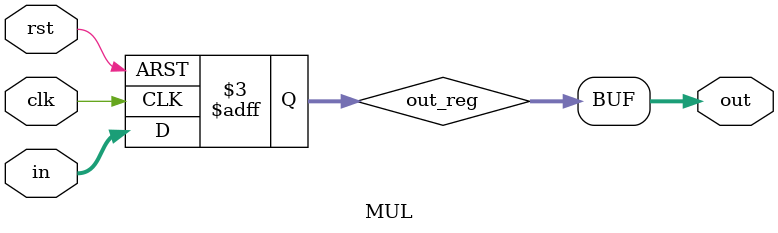
<source format=v>
module MUL (
    input clk,
    input rst,
    input [1:0] in,
    output [1:0] out
);

reg [1:0] out_reg;
assign out = out_reg;

always @(posedge clk or negedge rst) begin
    if (!rst) begin
        out_reg <= 2'd0;
    end else begin
        out_reg <= in;
    end
    
end
    
endmodule
</source>
